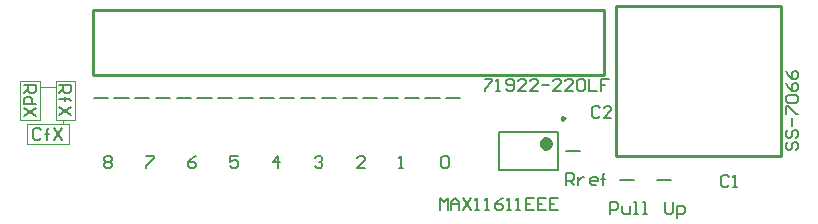
<source format=gto>
G04*
G04 #@! TF.GenerationSoftware,Altium Limited,Altium Designer,18.0.7 (293)*
G04*
G04 Layer_Color=65535*
%FSLAX25Y25*%
%MOIN*%
G70*
G01*
G75*
%ADD10C,0.00984*%
%ADD11C,0.02362*%
%ADD12C,0.01000*%
%ADD13C,0.00787*%
%ADD14C,0.00394*%
%ADD15C,0.00591*%
D10*
X186201Y35433D02*
X185463Y35859D01*
Y35007D01*
X186201Y35433D01*
D11*
X181191Y27067D02*
X180746Y27990D01*
X179747Y28218D01*
X178946Y27579D01*
Y26555D01*
X179747Y25915D01*
X180746Y26144D01*
X181191Y27067D01*
D12*
X258347Y22839D02*
Y72839D01*
X203346Y22839D02*
Y72839D01*
Y22839D02*
X258347D01*
X203346Y72839D02*
X258347D01*
X28898Y71429D02*
X199398D01*
X28898Y49929D02*
Y71429D01*
Y49929D02*
X199398D01*
Y71429D01*
D13*
X186614Y24606D02*
X191339D01*
X36182Y42224D02*
X40907D01*
X50003D02*
X54728D01*
X63825D02*
X68549D01*
X77646D02*
X82370D01*
X91467D02*
X96191D01*
X105288D02*
X110013D01*
X119109D02*
X123834D01*
X132931D02*
X137655D01*
X146752D02*
X151476D01*
X29272Y42224D02*
X33996D01*
X43093D02*
X47817D01*
X56914D02*
X61638D01*
X70735D02*
X75460D01*
X84557D02*
X89281D01*
X98378D02*
X103102D01*
X112199D02*
X116923D01*
X126020D02*
X130745D01*
X139841D02*
X144566D01*
X204724Y14961D02*
X209449D01*
X164262Y31004D02*
X183947D01*
X164262Y18406D02*
X183947D01*
Y31004D01*
X164262Y18406D02*
Y31004D01*
X216929Y14961D02*
X221654D01*
D14*
X18898Y33465D02*
Y34843D01*
X11417Y46063D02*
X16535D01*
Y34941D02*
Y48031D01*
X23031D01*
X16535Y34941D02*
X23031D01*
Y48031D01*
X11417Y34941D02*
Y48031D01*
X4724Y34941D02*
X11417D01*
X4724Y48031D02*
X11417D01*
X4724Y34941D02*
Y48031D01*
X7087Y26870D02*
Y33465D01*
Y26870D02*
X21063D01*
Y33465D01*
X7087D02*
X21063D01*
D15*
X144980Y22177D02*
X145636Y22833D01*
X146948D01*
X147604Y22177D01*
Y19554D01*
X146948Y18898D01*
X145636D01*
X144980Y19554D01*
Y22177D01*
X130955Y18898D02*
X132267D01*
X131611D01*
Y22833D01*
X130955Y22177D01*
X119553Y18898D02*
X116929D01*
X119553Y21521D01*
Y22177D01*
X118897Y22833D01*
X117585D01*
X116929Y22177D01*
X102903D02*
X103560Y22833D01*
X104871D01*
X105527Y22177D01*
Y21521D01*
X104871Y20865D01*
X104216D01*
X104871D01*
X105527Y20210D01*
Y19554D01*
X104871Y18898D01*
X103560D01*
X102903Y19554D01*
X90846Y18898D02*
Y22833D01*
X88878Y20865D01*
X91502D01*
X77476Y22833D02*
X74852D01*
Y20865D01*
X76164Y21521D01*
X76820D01*
X77476Y20865D01*
Y19554D01*
X76820Y18898D01*
X75508D01*
X74852Y19554D01*
X63451Y22833D02*
X62139Y22177D01*
X60827Y20865D01*
Y19554D01*
X61483Y18898D01*
X62795D01*
X63451Y19554D01*
Y20210D01*
X62795Y20865D01*
X60827D01*
X46801Y22833D02*
X49425D01*
Y22177D01*
X46801Y19554D01*
Y18898D01*
X32776Y22177D02*
X33432Y22833D01*
X34743D01*
X35399Y22177D01*
Y21521D01*
X34743Y20865D01*
X35399Y20210D01*
Y19554D01*
X34743Y18898D01*
X33432D01*
X32776Y19554D01*
Y20210D01*
X33432Y20865D01*
X32776Y21521D01*
Y22177D01*
X33432Y20865D02*
X34743D01*
X11581Y31429D02*
X10925Y32085D01*
X9613D01*
X8957Y31429D01*
Y28806D01*
X9613Y28150D01*
X10925D01*
X11581Y28806D01*
X13548Y28150D02*
Y31429D01*
Y30117D01*
X12892D01*
X14204D01*
X13548D01*
Y31429D01*
X14204Y32085D01*
X16172D02*
X18796Y28150D01*
Y32085D02*
X16172Y28150D01*
X17717Y46555D02*
X21652D01*
Y44587D01*
X20996Y43931D01*
X19684D01*
X19028Y44587D01*
Y46555D01*
Y45243D02*
X17717Y43931D01*
Y41963D02*
X20996D01*
X19684D01*
Y42619D01*
Y41308D01*
Y41963D01*
X20996D01*
X21652Y41308D01*
Y39340D02*
X17717Y36716D01*
X21652D02*
X17717Y39340D01*
X6102Y46654D02*
X10038D01*
Y44686D01*
X9382Y44030D01*
X8070D01*
X7414Y44686D01*
Y46654D01*
Y45342D02*
X6102Y44030D01*
X10038Y40094D02*
X6102D01*
Y42062D01*
X6758Y42718D01*
X8070D01*
X8726Y42062D01*
Y40094D01*
X10038Y38782D02*
X6102Y36158D01*
X10038D02*
X6102Y38782D01*
X260697Y27624D02*
X260041Y26968D01*
Y25656D01*
X260697Y25000D01*
X261353D01*
X262009Y25656D01*
Y26968D01*
X262665Y27624D01*
X263320D01*
X263976Y26968D01*
Y25656D01*
X263320Y25000D01*
X260697Y31560D02*
X260041Y30904D01*
Y29592D01*
X260697Y28936D01*
X261353D01*
X262009Y29592D01*
Y30904D01*
X262665Y31560D01*
X263320D01*
X263976Y30904D01*
Y29592D01*
X263320Y28936D01*
X262009Y32871D02*
Y35495D01*
X260041Y36807D02*
Y39431D01*
X260697D01*
X263320Y36807D01*
X263976D01*
X260697Y40743D02*
X260041Y41399D01*
Y42711D01*
X260697Y43367D01*
X263320D01*
X263976Y42711D01*
Y41399D01*
X263320Y40743D01*
X260697D01*
X260041Y47302D02*
X260697Y45991D01*
X262009Y44679D01*
X263320D01*
X263976Y45335D01*
Y46647D01*
X263320Y47302D01*
X262665D01*
X262009Y46647D01*
Y44679D01*
X260041Y51238D02*
X260697Y49926D01*
X262009Y48614D01*
X263320D01*
X263976Y49270D01*
Y50582D01*
X263320Y51238D01*
X262665D01*
X262009Y50582D01*
Y48614D01*
X186713Y13287D02*
Y17223D01*
X188681D01*
X189336Y16567D01*
Y15255D01*
X188681Y14599D01*
X186713D01*
X188024D02*
X189336Y13287D01*
X190648Y15911D02*
Y13287D01*
Y14599D01*
X191304Y15255D01*
X191960Y15911D01*
X192616D01*
X196552Y13287D02*
X195240D01*
X194584Y13943D01*
Y15255D01*
X195240Y15911D01*
X196552D01*
X197208Y15255D01*
Y14599D01*
X194584D01*
X199176Y13287D02*
Y16567D01*
Y15255D01*
X198520D01*
X199832D01*
X199176D01*
Y16567D01*
X199832Y17223D01*
X201378Y3642D02*
Y7577D01*
X203346D01*
X204002Y6921D01*
Y5610D01*
X203346Y4954D01*
X201378D01*
X205314Y6266D02*
Y4298D01*
X205970Y3642D01*
X207938D01*
Y6266D01*
X209249Y3642D02*
X210561D01*
X209905D01*
Y7577D01*
X209249D01*
X212529Y3642D02*
X213841D01*
X213185D01*
Y7577D01*
X212529D01*
X219745D02*
Y4298D01*
X220401Y3642D01*
X221713D01*
X222369Y4298D01*
Y7577D01*
X223680Y2330D02*
Y6266D01*
X225648D01*
X226304Y5610D01*
Y4298D01*
X225648Y3642D01*
X223680D01*
X144587Y4823D02*
Y8759D01*
X145898Y7447D01*
X147210Y8759D01*
Y4823D01*
X148522D02*
Y7447D01*
X149834Y8759D01*
X151146Y7447D01*
Y4823D01*
Y6791D01*
X148522D01*
X152458Y8759D02*
X155082Y4823D01*
Y8759D02*
X152458Y4823D01*
X156394D02*
X157706D01*
X157050D01*
Y8759D01*
X156394Y8103D01*
X159674Y4823D02*
X160986D01*
X160330D01*
Y8759D01*
X159674Y8103D01*
X165577Y8759D02*
X164265Y8103D01*
X162953Y6791D01*
Y5479D01*
X163609Y4823D01*
X164921D01*
X165577Y5479D01*
Y6135D01*
X164921Y6791D01*
X162953D01*
X166889Y4823D02*
X168201D01*
X167545D01*
Y8759D01*
X166889Y8103D01*
X170169Y4823D02*
X171481D01*
X170825D01*
Y8759D01*
X170169Y8103D01*
X176073Y8759D02*
X173449D01*
Y4823D01*
X176073D01*
X173449Y6791D02*
X174761D01*
X180008Y8759D02*
X177384D01*
Y4823D01*
X180008D01*
X177384Y6791D02*
X178696D01*
X183944Y8759D02*
X181320D01*
Y4823D01*
X183944D01*
X181320Y6791D02*
X182632D01*
X197899Y38910D02*
X197243Y39566D01*
X195931D01*
X195276Y38910D01*
Y36286D01*
X195931Y35630D01*
X197243D01*
X197899Y36286D01*
X201835Y35630D02*
X199211D01*
X201835Y38254D01*
Y38910D01*
X201179Y39566D01*
X199867D01*
X199211Y38910D01*
X240911Y15878D02*
X240255Y16534D01*
X238943D01*
X238287Y15878D01*
Y13254D01*
X238943Y12598D01*
X240255D01*
X240911Y13254D01*
X242223Y12598D02*
X243535D01*
X242879D01*
Y16534D01*
X242223Y15878D01*
X159547Y48522D02*
X162171D01*
Y47866D01*
X159547Y45243D01*
Y44587D01*
X163483D02*
X164795D01*
X164139D01*
Y48522D01*
X163483Y47866D01*
X166763Y45243D02*
X167419Y44587D01*
X168731D01*
X169387Y45243D01*
Y47866D01*
X168731Y48522D01*
X167419D01*
X166763Y47866D01*
Y47210D01*
X167419Y46554D01*
X169387D01*
X173322Y44587D02*
X170698D01*
X173322Y47210D01*
Y47866D01*
X172666Y48522D01*
X171354D01*
X170698Y47866D01*
X177258Y44587D02*
X174634D01*
X177258Y47210D01*
Y47866D01*
X176602Y48522D01*
X175290D01*
X174634Y47866D01*
X178570Y46554D02*
X181194D01*
X185129Y44587D02*
X182506D01*
X185129Y47210D01*
Y47866D01*
X184474Y48522D01*
X183162D01*
X182506Y47866D01*
X189065Y44587D02*
X186442D01*
X189065Y47210D01*
Y47866D01*
X188409Y48522D01*
X187097D01*
X186442Y47866D01*
X190377D02*
X191033Y48522D01*
X192345D01*
X193001Y47866D01*
Y45243D01*
X192345Y44587D01*
X191033D01*
X190377Y45243D01*
Y47866D01*
X194313Y48522D02*
Y44587D01*
X196937D01*
X200872Y48522D02*
X198249D01*
Y46554D01*
X199561D01*
X198249D01*
Y44587D01*
M02*

</source>
